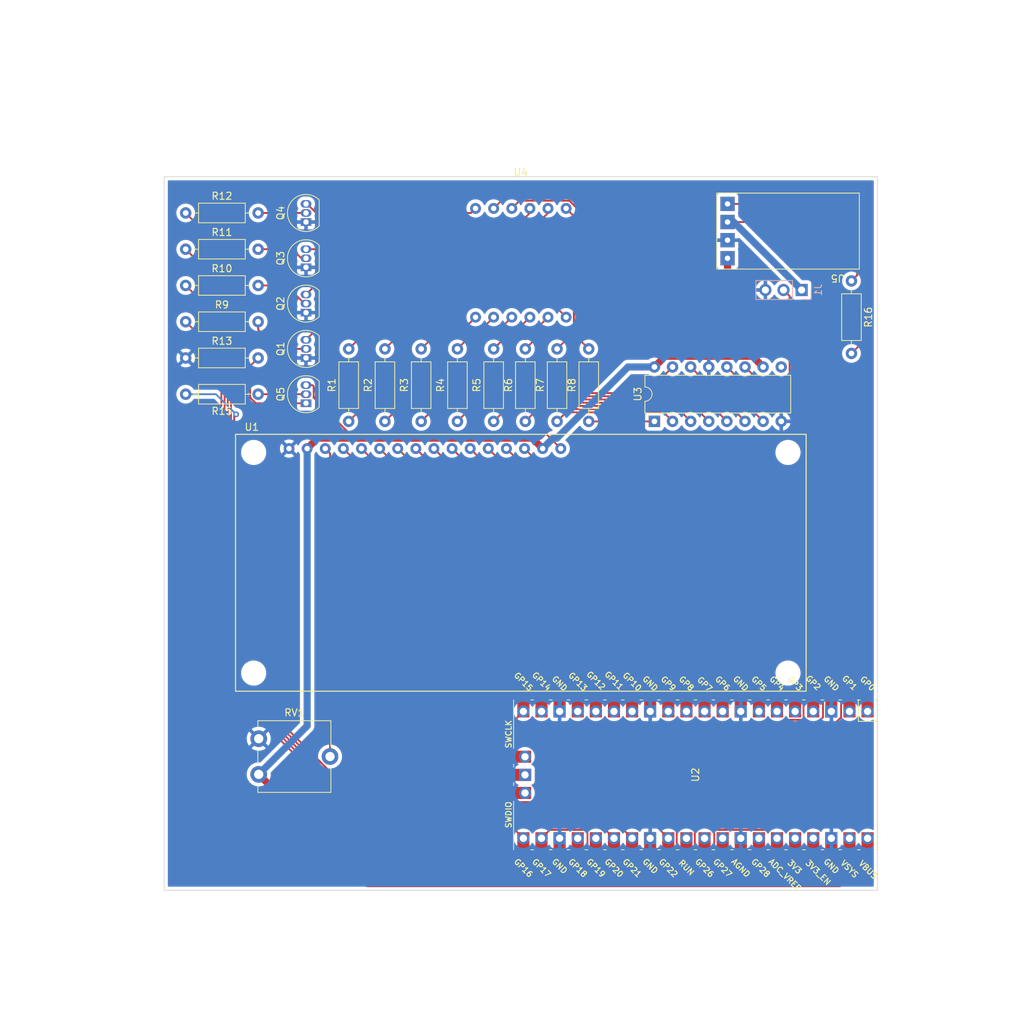
<source format=kicad_pcb>
(kicad_pcb (version 20211014) (generator pcbnew)
  (layers (0 "F.Cu" signal) (31 "B.Cu" signal) (34 "B.Paste" user) (35 "F.Paste" user) (36 "B.SilkS" user "B.Silkscreen") (37 "F.SilkS" user "F.Silkscreen") (38 "B.Mask" user) (39 "F.Mask" user) (44 "Edge.Cuts" user))
  (net 0 "")
  (net 1 "/SEG1")
  (net 2 "/SEG2")
  (net 3 "/SEG3")
  (net 4 "/SEG4")
  (net 5 "/SEG5")
  (net 6 "/SEG6")
  (net 7 "/SEG7")
  (net 8 "GND")
  (net 10 "Net-(Q1-Pad2)")
  (net 11 "/SPI SCK")
  (net 12 "/SPI CS (latch)")
  (net 13 "/SPI TX (COPI)")
  (net 14 "/SEG8")
  (net 15 "Net-(Q1-Pad3)")
  (net 16 "Net-(Q2-Pad2)")
  (net 17 "/DIGIT1")
  (net 18 "Net-(Q2-Pad3)")
  (net 19 "/DIGIT2")
  (net 20 "Net-(Q3-Pad2)")
  (net 21 "/DIGIT3")
  (net 22 "Net-(Q3-Pad3)")
  (net 23 "/DIGIT4")
  (net 24 "Net-(Q4-Pad2)")
  (net 25 "Net-(Q4-Pad3)")
  (net 26 "Net-(Q5-Pad1)")
  (net 27 "Net-(Q5-Pad3)")
  (net 28 "Net-(R1-Pad2)")
  (net 29 "Net-(R2-Pad2)")
  (net 30 "Net-(R3-Pad2)")
  (net 31 "Net-(R4-Pad2)")
  (net 32 "Net-(R5-Pad2)")
  (net 33 "Net-(R6-Pad2)")
  (net 34 "Net-(R7-Pad2)")
  (net 35 "Net-(R8-Pad2)")
  (net 36 "+5V")
  (net 37 "Net-(RV1-Pad2)")
  (net 51 "/LCM_BUS1")
  (net 52 "/LCM_BUS2")
  (net 53 "/LCM_BUS3")
  (net 54 "/LCM_BUS4")
  (net 55 "/LCM_BUS5")
  (net 56 "/LCM_BUS6")
  (net 57 "/LCM_BUS7")
  (net 58 "/LCM_BUS8")
  (net 59 "/LCM_BUS9")
  (net 60 "/LCM_BUS10")
  (net 61 "/LCM_BUS11")
  (net 62 "Net-(Q5-Pad2)")
  (net 63 "Net-(U2-Pad20)")
  (net 65 "Net-(U5-Pad4)")
  (net 66 "+12V")
  (net 67 "/TACHOMETER")
  (footprint "_computemachines:Adjust_Switch_Regulator_Module_B08R6337QY" (layer "F.Cu") (at 169.545 48.26 180)
    (fp_text reference "U5")
    (fp_text value "ADJ_SWITCH_REG")
  )
  (footprint "Potentiometer_THT:Potentiometer_ACP_CA9-V10_Vertical" (layer "F.Cu") (at 95.33 124.395)
    (fp_text reference "RV1")
    (fp_text value "10k")
  )
  (footprint "Resistor_THT:R_Axial_DIN0207_L6.3mm_D2.5mm_P10.16mm_Horizontal" (layer "F.Cu") (at 113.03 74.93 90)
    (fp_text reference "R2")
    (fp_text value "47")
  )
  (footprint "Resistor_THT:R_Axial_DIN0207_L6.3mm_D2.5mm_P10.16mm_Horizontal" (layer "F.Cu") (at 85.09 66.04)
    (fp_text reference "R13")
    (fp_text value "?")
  )
  (footprint "Resistor_THT:R_Axial_DIN0207_L6.3mm_D2.5mm_P10.16mm_Horizontal" (layer "F.Cu") (at 141.605 74.93 90)
    (fp_text reference "R8")
    (fp_text value "47")
  )
  (footprint "Package_TO_SOT_THT:TO-92_Inline" (layer "F.Cu") (at 101.96 59.69 90)
    (fp_text reference "Q2")
    (fp_text value "2N3904")
  )
  (footprint "_computemachines:HS420561K-32" (layer "F.Cu") (at 132.08 52.705)
    (fp_text reference "U4")
    (fp_text value "HS420561K-32")
  )
  (footprint "Package_DIP:DIP-16_W7.62mm" (layer "F.Cu") (at 150.8126 74.92 90)
    (fp_text reference "U3")
    (fp_text value "74HC595")
  )
  (footprint "Resistor_THT:R_Axial_DIN0207_L6.3mm_D2.5mm_P10.16mm_Horizontal" (layer "F.Cu") (at 85.09 55.88)
    (fp_text reference "R10")
    (fp_text value "10k")
  )
  (footprint "Resistor_THT:R_Axial_DIN0207_L6.3mm_D2.5mm_P10.16mm_Horizontal" (layer "F.Cu") (at 95.25 71.12 180)
    (fp_text reference "R15")
    (fp_text value "?")
  )
  (footprint "Resistor_THT:R_Axial_DIN0207_L6.3mm_D2.5mm_P10.16mm_Horizontal" (layer "F.Cu") (at 132.715 74.93 90)
    (fp_text reference "R6")
    (fp_text value "47")
  )
  (footprint "Resistor_THT:R_Axial_DIN0207_L6.3mm_D2.5mm_P10.16mm_Horizontal" (layer "F.Cu") (at 118.11 74.93 90)
    (fp_text reference "R3")
    (fp_text value "47")
  )
  (footprint "Resistor_THT:R_Axial_DIN0207_L6.3mm_D2.5mm_P10.16mm_Horizontal" (layer "F.Cu") (at 107.95 74.93 90)
    (fp_text reference "R1")
    (fp_text value "47")
  )
  (footprint "Package_TO_SOT_THT:TO-92_Inline" (layer "F.Cu") (at 101.96 66.04 90)
    (fp_text reference "Q1")
    (fp_text value "2N3904")
  )
  (footprint "_computemachines:LCM1602A" (layer "F.Cu") (at 99.58 78.74)
    (fp_text reference "U1")
    (fp_text value "LM1602A")
  )
  (footprint "Resistor_THT:R_Axial_DIN0207_L6.3mm_D2.5mm_P10.16mm_Horizontal" (layer "F.Cu") (at 123.19 74.93 90)
    (fp_text reference "R4")
    (fp_text value "47")
  )
  (footprint "Resistor_THT:R_Axial_DIN0207_L6.3mm_D2.5mm_P10.16mm_Horizontal" (layer "F.Cu") (at 178.435 55.245 -90)
    (fp_text reference "R16")
    (fp_text value "1k")
  )
  (footprint "Resistor_THT:R_Axial_DIN0207_L6.3mm_D2.5mm_P10.16mm_Horizontal" (layer "F.Cu") (at 128.27 74.93 90)
    (fp_text reference "R5")
    (fp_text value "47")
  )
  (footprint "Resistor_THT:R_Axial_DIN0207_L6.3mm_D2.5mm_P10.16mm_Horizontal" (layer "F.Cu") (at 85.09 45.72)
    (fp_text reference "R12")
    (fp_text value "10k")
  )
  (footprint "Resistor_THT:R_Axial_DIN0207_L6.3mm_D2.5mm_P10.16mm_Horizontal" (layer "F.Cu") (at 85.09 60.96)
    (fp_text reference "R9")
    (fp_text value "10k")
  )
  (footprint "Package_TO_SOT_THT:TO-92_Inline" (layer "F.Cu") (at 101.96 53.34 90)
    (fp_text reference "Q3")
    (fp_text value "2N3904")
  )
  (footprint "Resistor_THT:R_Axial_DIN0207_L6.3mm_D2.5mm_P10.16mm_Horizontal" (layer "F.Cu") (at 137.16 74.93 90)
    (fp_text reference "R7")
    (fp_text value "47")
  )
  (footprint "Resistor_THT:R_Axial_DIN0207_L6.3mm_D2.5mm_P10.16mm_Horizontal" (layer "F.Cu") (at 85.09 50.8)
    (fp_text reference "R11")
    (fp_text value "10k")
  )
  (footprint "Package_TO_SOT_THT:TO-92_Inline" (layer "F.Cu") (at 101.96 46.99 90)
    (fp_text reference "Q4")
    (fp_text value "2N3904")
  )
  (footprint "Package_TO_SOT_THT:TO-92_Inline" (layer "F.Cu") (at 101.96 72.39 90)
    (fp_text reference "Q5")
    (fp_text value "2N3904")
  )
  (footprint "_computemachines:RPi_Pico_SMD_TH" (layer "F.Cu") (at 156.57 124.46 -90)
    (fp_text reference "U2")
    (fp_text value "RaspberryPi-Pico")
  )
  (footprint "Connector_PinHeader_2.54mm:PinHeader_1x03_P2.54mm_Vertical" (layer "B.Cu") (at 171.45 56.515 90)
    (fp_text reference "J1")
    (fp_text value "Conn_01x03")
  )
  (gr_rect locked (start 82.08 40.64) (end 182.08 140.64) (layer "Edge.Cuts") (width 0.1) (fill none))
  (segment (start 141.605 74.93) (end 150.8026 74.93) (width 0.25) (layer "F.Cu") (net 1))
  (segment (start 150.8026 74.93) (end 150.8126 74.92) (width 0.25) (layer "F.Cu") (net 1))
  (segment (start 137.16 74.93) (end 138.43 73.66) (width 0.25) (layer "F.Cu") (net 2))
  (segment (start 152.0926 73.66) (end 153.3526 74.92) (width 0.25) (layer "F.Cu") (net 2))
  (segment (start 138.43 73.66) (end 152.0926 73.66) (width 0.25) (layer "F.Cu") (net 2))
  (segment (start 132.715 74.93) (end 134.43452 73.21048) (width 0.25) (layer "F.Cu") (net 3))
  (segment (start 134.43452 73.21048) (end 154.18308 73.21048) (width 0.25) (layer "F.Cu") (net 3))
  (segment (start 154.18308 73.21048) (end 155.8926 74.92) (width 0.25) (layer "F.Cu") (net 3))
  (segment (start 128.27 74.93) (end 130.43904 72.76096) (width 0.25) (layer "F.Cu") (net 4))
  (segment (start 156.28856 72.76096) (end 158.4326 74.905) (width 0.25) (layer "F.Cu") (net 4))
  (segment (start 130.43904 72.76096) (end 156.28856 72.76096) (width 0.25) (layer "F.Cu") (net 4))
  (segment (start 158.4326 74.905) (end 158.4326 74.92) (width 0.25) (layer "F.Cu") (net 4))
  (segment (start 123.19 74.93) (end 125.80856 72.31144) (width 0.25) (layer "F.Cu") (net 5))
  (segment (start 125.80856 72.31144) (end 158.37904 72.31144) (width 0.25) (layer "F.Cu") (net 5))
  (segment (start 158.37904 72.31144) (end 160.9726 74.905) (width 0.25) (layer "F.Cu") (net 5))
  (segment (start 160.9726 74.905) (end 160.9726 74.92) (width 0.25) (layer "F.Cu") (net 5))
  (segment (start 160.46952 71.86192) (end 163.5126 74.905) (width 0.25) (layer "F.Cu") (net 6))
  (segment (start 163.5126 74.905) (end 163.5126 74.92) (width 0.25) (layer "F.Cu") (net 6))
  (segment (start 121.17808 71.86192) (end 160.46952 71.86192) (width 0.25) (layer "F.Cu") (net 6))
  (segment (start 118.11 74.93) (end 121.17808 71.86192) (width 0.25) (layer "F.Cu") (net 6))
  (segment (start 113.03 74.93) (end 116.5476 71.4124) (width 0.25) (layer "F.Cu") (net 7))
  (segment (start 116.5476 71.4124) (end 162.56 71.4124) (width 0.25) (layer "F.Cu") (net 7))
  (segment (start 166.0526 74.905) (end 166.0526 74.92) (width 0.25) (layer "F.Cu") (net 7))
  (segment (start 162.56 71.4124) (end 166.0526 74.905) (width 0.25) (layer "F.Cu") (net 7))
  (segment (start 95.25 62.09137) (end 97.92863 64.77) (width 0.25) (layer "F.Cu") (net 10))
  (segment (start 97.92863 64.77) (end 101.96 64.77) (width 0.25) (layer "F.Cu") (net 10))
  (segment (start 95.25 60.96) (end 95.25 62.09137) (width 0.25) (layer "F.Cu") (net 10))
  (segment (start 169.282396 69.58596) (end 165.81356 69.58596) (width 0.25) (layer "F.Cu") (net 11))
  (segment (start 175.895 122.555) (end 175.895 117.475) (width 0.25) (layer "F.Cu") (net 11))
  (segment (start 140.78452 137.60952) (end 157.729502 137.60952) (width 0.25) (layer "F.Cu") (net 11))
  (segment (start 175.895 117.475) (end 176.985489 116.384511) (width 0.25) (layer "F.Cu") (net 11))
  (segment (start 140.06 133.35) (end 140.06 136.885) (width 0.25) (layer "F.Cu") (net 11))
  (segment (start 165.81356 69.58596) (end 163.5276 67.3) (width 0.25) (layer "F.Cu") (net 11))
  (segment (start 159.205489 132.175489) (end 166.274511 132.175489) (width 0.25) (layer "F.Cu") (net 11))
  (segment (start 140.06 136.885) (end 140.78452 137.60952) (width 0.25) (layer "F.Cu") (net 11))
  (segment (start 176.985489 77.289053) (end 169.282396 69.58596) (width 0.25) (layer "F.Cu") (net 11))
  (segment (start 159.205489 136.133533) (end 159.205489 132.175489) (width 0.25) (layer "F.Cu") (net 11))
  (segment (start 166.274511 132.175489) (end 175.895 122.555) (width 0.25) (layer "F.Cu") (net 11))
  (segment (start 163.5276 67.3) (end 163.5126 67.3) (width 0.25) (layer "F.Cu") (net 11))
  (segment (start 176.985489 116.384511) (end 176.985489 77.289053) (width 0.25) (layer "F.Cu") (net 11))
  (segment (start 157.729502 137.60952) (end 159.205489 136.133533) (width 0.25) (layer "F.Cu") (net 11))
  (segment (start 141.234511 132.175489) (end 141.425489 132.366467) (width 0.25) (layer "F.Cu") (net 12))
  (segment (start 141.425489 136.324511) (end 142.260978 137.16) (width 0.25) (layer "F.Cu") (net 12))
  (segment (start 136.154511 132.175489) (end 141.234511 132.175489) (width 0.25) (layer "F.Cu") (net 12))
  (segment (start 163.72308 70.03548) (end 160.9876 67.3) (width 0.25) (layer "F.Cu") (net 12))
  (segment (start 170.815 120.015) (end 174.445489 116.384511) (width 0.25) (layer "F.Cu") (net 12))
  (segment (start 142.260978 137.16) (end 155.639022 137.16) (width 0.25) (layer "F.Cu") (net 12))
  (segment (start 169.096198 70.03548) (end 163.72308 70.03548) (width 0.25) (layer "F.Cu") (net 12))
  (segment (start 174.445489 116.384511) (end 174.445489 75.384771) (width 0.25) (layer "F.Cu") (net 12))
  (segment (start 168.712196 120.015) (end 170.815 120.015) (width 0.25) (layer "F.Cu") (net 12))
  (segment (start 156.474511 136.324511) (end 156.474511 132.252685) (width 0.25) (layer "F.Cu") (net 12))
  (segment (start 141.425489 132.366467) (end 141.425489 136.324511) (width 0.25) (layer "F.Cu") (net 12))
  (segment (start 174.445489 75.384771) (end 169.096198 70.03548) (width 0.25) (layer "F.Cu") (net 12))
  (segment (start 155.639022 137.16) (end 156.474511 136.324511) (width 0.25) (layer "F.Cu") (net 12))
  (segment (start 160.9876 67.3) (end 160.9726 67.3) (width 0.25) (layer "F.Cu") (net 12))
  (segment (start 134.98 133.35) (end 136.154511 132.175489) (width 0.25) (layer "F.Cu") (net 12))
  (segment (start 156.474511 132.252685) (end 168.712196 120.015) (width 0.25) (layer "F.Cu") (net 12))
  (segment (start 144.351458 136.71048) (end 153.934511 136.71048) (width 0.25) (layer "F.Cu") (net 13))
  (segment (start 153.934511 136.71048) (end 153.934511 132.450489) (width 0.25) (layer "F.Cu") (net 13))
  (segment (start 153.934511 132.450489) (end 169.640489 116.744511) (width 0.25) (layer "F.Cu") (net 13))
  (segment (start 168.91 70.485) (end 159.0926 70.485) (width 0.25) (layer "F.Cu") (net 13))
  (segment (start 155.9076 67.3) (end 155.8926 67.3) (width 0.25) (layer "F.Cu") (net 13))
  (segment (start 142.6 134.959022) (end 144.351458 136.71048) (width 0.25) (layer "F.Cu") (net 13))
  (segment (start 171.714511 73.289511) (end 168.91 70.485) (width 0.25) (layer "F.Cu") (net 13))
  (segment (start 169.640489 116.744511) (end 171.714511 116.744511) (width 0.25) (layer "F.Cu") (net 13))
  (segment (start 171.714511 116.744511) (end 171.714511 73.289511) (width 0.25) (layer "F.Cu") (net 13))
  (segment (start 159.0926 70.485) (end 155.9076 67.3) (width 0.25) (layer "F.Cu") (net 13))
  (segment (start 142.6 133.35) (end 142.6 134.959022) (width 0.25) (layer "F.Cu") (net 13))
  (segment (start 111.91712 70.96288) (end 149.70472 70.96288) (width 0.25) (layer "F.Cu") (net 14))
  (segment (start 149.70472 70.96288) (end 153.3526 67.315) (width 0.25) (layer "F.Cu") (net 14))
  (segment (start 107.95 74.93) (end 111.91712 70.96288) (width 0.25) (layer "F.Cu") (net 14))
  (segment (start 153.3526 67.315) (end 153.3526 67.3) (width 0.25) (layer "F.Cu") (net 14))
  (segment (start 107.04 58.42) (end 136.525 58.42) (width 0.25) (layer "F.Cu") (net 15))
  (segment (start 136.525 58.42) (end 138.43 60.325) (width 0.25) (layer "F.Cu") (net 15))
  (segment (start 101.96 63.5) (end 107.04 58.42) (width 0.25) (layer "F.Cu") (net 15))
  (segment (start 99.195 55.88) (end 95.25 55.88) (width 0.25) (layer "F.Cu") (net 16))
  (segment (start 101.96 58.42) (end 101.735 58.42) (width 0.25) (layer "F.Cu") (net 16))
  (segment (start 101.735 58.42) (end 99.195 55.88) (width 0.25) (layer "F.Cu") (net 16))
  (segment (start 108.955724 128.27) (end 147.68 128.27) (width 0.25) (layer "F.Cu") (net 17))
  (segment (start 91.44 110.754276) (end 108.955724 128.27) (width 0.25) (layer "F.Cu") (net 17))
  (segment (start 91.44 52.07) (end 91.44 110.754276) (width 0.25) (layer "F.Cu") (net 17))
  (segment (start 147.68 128.27) (end 152.76 133.35) (width 0.25) (layer "F.Cu") (net 17))
  (segment (start 85.09 45.72) (end 91.44 52.07) (width 0.25) (layer "F.Cu") (net 17))
  (segment (start 125.73 55.88) (end 135.89 45.72) (width 0.25) (layer "F.Cu") (net 18))
  (segment (start 103.23 55.88) (end 125.73 55.88) (width 0.25) (layer "F.Cu") (net 18))
  (segment (start 135.89 45.72) (end 135.89 45.085) (width 0.25) (layer "F.Cu") (net 18))
  (segment (start 101.96 57.15) (end 103.23 55.88) (width 0.25) (layer "F.Cu") (net 18))
  (segment (start 143.04952 128.71952) (end 125.281197 128.71952) (width 0.25) (layer "F.Cu") (net 19))
  (segment (start 147.68 133.35) (end 143.04952 128.71952) (width 0.25) (layer "F.Cu") (net 19))
  (segment (start 108.769527 128.71952) (end 125.54452 128.71952) (width 0.25) (layer "F.Cu") (net 19))
  (segment (start 85.09 50.8) (end 90.99048 56.70048) (width 0.25) (layer "F.Cu") (net 19))
  (segment (start 90.99048 110.940474) (end 108.769527 128.71952) (width 0.25) (layer "F.Cu") (net 19))
  (segment (start 90.99048 56.70048) (end 90.99048 110.940474) (width 0.25) (layer "F.Cu") (net 19))
  (segment (start 100.035978 50.8) (end 95.25 50.8) (width 0.25) (layer "F.Cu") (net 20))
  (segment (start 101.96 52.07) (end 101.305978 52.07) (width 0.25) (layer "F.Cu") (net 20))
  (segment (start 101.305978 52.07) (end 100.035978 50.8) (width 0.25) (layer "F.Cu") (net 20))
  (segment (start 90.54096 61.33096) (end 85.09 55.88) (width 0.25) (layer "F.Cu") (net 21))
  (segment (start 108.58333 129.16904) (end 90.54096 111.126672) (width 0.25) (layer "F.Cu") (net 21))
  (segment (start 140.95904 129.16904) (end 108.58333 129.16904) (width 0.25) (layer "F.Cu") (net 21))
  (segment (start 145.14 133.35) (end 140.95904 129.16904) (width 0.25) (layer "F.Cu") (net 21))
  (segment (start 90.54096 111.126672) (end 90.54096 61.33096) (width 0.25) (layer "F.Cu") (net 21))
  (segment (start 128.27 50.8) (end 133.35 45.72) (width 0.25) (layer "F.Cu") (net 22))
  (segment (start 101.96 50.8) (end 128.27 50.8) (width 0.25) (layer "F.Cu") (net 22))
  (segment (start 133.35 45.72) (end 133.35 45.085) (width 0.25) (layer "F.Cu") (net 22))
  (segment (start 90.09144 111.31287) (end 108.397133 129.61856) (width 0.25) (layer "F.Cu") (net 23))
  (segment (start 128.70856 129.61856) (end 132.44 133.35) (width 0.25) (layer "F.Cu") (net 23))
  (segment (start 85.09 60.96) (end 90.09144 65.96144) (width 0.25) (layer "F.Cu") (net 23))
  (segment (start 108.397133 129.61856) (end 125.172124 129.61856) (width 0.25) (layer "F.Cu") (net 23))
  (segment (start 128.70856 129.61856) (end 125.095 129.61856) (width 0.25) (layer "F.Cu") (net 23))
  (segment (start 90.09144 65.96144) (end 90.09144 111.31287) (width 0.25) (layer "F.Cu") (net 23))
  (segment (start 101.96 45.72) (end 95.25 45.72) (width 0.25) (layer "F.Cu") (net 24))
  (segment (start 125.095 45.72) (end 103.386402 45.72) (width 0.25) (layer "F.Cu") (net 25))
  (segment (start 125.73 45.085) (end 125.095 45.72) (width 0.25) (layer "F.Cu") (net 25))
  (segment (start 103.386402 45.72) (end 102.116402 44.45) (width 0.25) (layer "F.Cu") (net 25))
  (segment (start 102.116402 44.45) (end 101.96 44.45) (width 0.25) (layer "F.Cu") (net 25))
  (segment (start 95.25 66.04) (end 94.125489 67.164511) (width 0.25) (layer "F.Cu") (net 26))
  (segment (start 94.125489 71.585789) (end 94.9297 72.39) (width 0.25) (layer "F.Cu") (net 26))
  (segment (start 94.125489 67.164511) (end 94.125489 71.585789) (width 0.25) (layer "F.Cu") (net 26))
  (segment (start 94.9297 72.39) (end 101.96 72.39) (width 0.25) (layer "F.Cu") (net 26))
  (segment (start 102.87 69.85) (end 101.96 69.85) (width 0.25) (layer "F.Cu") (net 27))
  (segment (start 103.03452 71.609096) (end 103.03452 70.01452) (width 0.25) (layer "F.Cu") (net 27))
  (segment (start 103.03452 70.01452) (end 102.87 69.85) (width 0.25) (layer "F.Cu") (net 27))
  (segment (start 107.879393 76.453969) (end 103.03452 71.609096) (width 0.25) (layer "F.Cu") (net 27))
  (segment (start 135.393969 76.453969) (end 107.879393 76.453969) (width 0.25) (layer "F.Cu") (net 27))
  (segment (start 137.68 78.74) (end 135.393969 76.453969) (width 0.25) (layer "F.Cu") (net 27))
  (segment (start 107.95 64.77) (end 111.123009 61.596991) (width 0.25) (layer "F.Cu") (net 28))
  (segment (start 124.458009 61.596991) (end 125.73 60.325) (width 0.25) (layer "F.Cu") (net 28))
  (segment (start 111.123009 61.596991) (end 124.458009 61.596991) (width 0.25) (layer "F.Cu") (net 28))
  (segment (start 126.548489 62.046511) (end 128.27 60.325) (width 0.25) (layer "F.Cu") (net 29))
  (segment (start 115.753489 62.046511) (end 126.548489 62.046511) (width 0.25) (layer "F.Cu") (net 29))
  (segment (start 113.03 64.77) (end 115.753489 62.046511) (width 0.25) (layer "F.Cu") (net 29))
  (segment (start 120.383969 62.496031) (end 128.638969 62.496031) (width 0.25) (layer "F.Cu") (net 30))
  (segment (start 118.11 64.77) (end 120.383969 62.496031) (width 0.25) (layer "F.Cu") (net 30))
  (segment (start 128.638969 62.496031) (end 130.81 60.325) (width 0.25) (layer "F.Cu") (net 30))
  (segment (start 123.19 64.77) (end 125.014449 62.945551) (width 0.25) (layer "F.Cu") (net 31))
  (segment (start 130.729449 62.945551) (end 133.35 60.325) (width 0.25) (layer "F.Cu") (net 31))
  (segment (start 125.014449 62.945551) (end 130.729449 62.945551) (width 0.25) (layer "F.Cu") (net 31))
  (segment (start 132.819929 63.395071) (end 135.89 60.325) (width 0.25) (layer "F.Cu") (net 32))
  (segment (start 128.27 64.77) (end 129.644929 63.395071) (width 0.25) (layer "F.Cu") (net 32))
  (segment (start 129.644929 63.395071) (end 132.819929 63.395071) (width 0.25) (layer "F.Cu") (net 32))
  (segment (start 132.715 64.77) (end 132.715718 64.77) (width 0.25) (layer "F.Cu") (net 33))
  (segment (start 135.439207 62.046511) (end 138.880049 62.046511) (width 0.25) (layer "F.Cu") (net 33))
  (segment (start 139.516511 61.410049) (end 139.516511 46.171511) (width 0.25) (layer "F.Cu") (net 33))
  (segment (start 139.516511 46.171511) (end 138.43 45.085) (width 0.25) (layer "F.Cu") (net 33))
  (segment (start 132.715718 64.77) (end 135.439207 62.046511) (width 0.25) (layer "F.Cu") (net 33))
  (segment (start 138.880049 62.046511) (end 139.516511 61.410049) (width 0.25) (layer "F.Cu") (net 33))
  (segment (start 139.966031 61.963969) (end 139.966031 45.084471) (width 0.25) (layer "F.Cu") (net 34))
  (segment (start 131.896511 43.998489) (end 130.81 45.085) (width 0.25) (layer "F.Cu") (net 34))
  (segment (start 139.966031 45.084471) (end 138.880049 43.998489) (width 0.25) (layer "F.Cu") (net 34))
  (segment (start 138.880049 43.998489) (end 131.896511 43.998489) (width 0.25) (layer "F.Cu") (net 34))
  (segment (start 137.16 64.77) (end 139.966031 61.963969) (width 0.25) (layer "F.Cu") (net 34))
  (segment (start 140.415551 63.580551) (end 140.415551 44.898274) (width 0.25) (layer "F.Cu") (net 35))
  (segment (start 139.066246 43.548969) (end 129.806031 43.548969) (width 0.25) (layer "F.Cu") (net 35))
  (segment (start 141.605 64.77) (end 140.415551 63.580551) (width 0.25) (layer "F.Cu") (net 35))
  (segment (start 129.806031 43.548969) (end 128.27 45.085) (width 0.25) (layer "F.Cu") (net 35))
  (segment (start 140.415551 44.898274) (end 139.066246 43.548969) (width 0.25) (layer "F.Cu") (net 35))
  (segment (start 103.581511 77.278489) (end 102.12 78.74) (width 1) (layer "F.Cu") (net 36))
  (segment (start 161.06 52.07) (end 161.06 62.3074) (width 1) (layer "F.Cu") (net 36))
  (segment (start 166.0526 67.3) (end 166.0526 67.295) (width 1) (layer "F.Cu") (net 36))
  (segment (start 161.06 62.3074) (end 166.0526 67.3) (width 1) (layer "F.Cu") (net 36))
  (segment (start 135.14 78.74) (end 133.678489 77.278489) (width 1) (layer "F.Cu") (net 36))
  (segment (start 95.33 124.395) (end 110.635 139.7) (width 1) (layer "F.Cu") (net 36))
  (segment (start 110.635 139.7) (end 176.709022 139.7) (width 1) (layer "F.Cu") (net 36))
  (segment (start 164.558089 65.800489) (end 152.312111 65.800489) (width 1) (layer "F.Cu") (net 36))
  (segment (start 180.7 135.709022) (end 180.7 133.35) (width 1) (layer "F.Cu") (net 36))
  (segment (start 152.312111 65.800489) (end 150.8126 67.3) (width 1) (layer "F.Cu") (net 36))
  (segment (start 133.678489 77.278489) (end 103.581511 77.278489) (width 1) (layer "F.Cu") (net 36))
  (segment (start 176.709022 139.7) (end 180.7 135.709022) (width 1) (layer "F.Cu") (net 36))
  (segment (start 166.0526 67.295) (end 164.558089 65.800489) (width 1) (layer "F.Cu") (net 36))
  (segment (start 102.12 78.74) (end 102.12 117.605) (width 1) (layer "B.Cu") (net 36))
  (segment (start 102.12 117.605) (end 95.33 124.395) (width 1) (layer "B.Cu") (net 36))
  (segment (start 136.601511 77.278489) (end 137.135881 77.278489) (width 1) (layer "B.Cu") (net 36))
  (segment (start 135.14 78.74) (end 136.601511 77.278489) (width 1) (layer "B.Cu") (net 36))
  (segment (start 147.11437 67.3) (end 150.8126 67.3) (width 1) (layer "B.Cu") (net 36))
  (segment (start 137.135881 77.278489) (end 147.11437 67.3) (width 1) (layer "B.Cu") (net 36))
  (segment (start 105.33 121.895) (end 105.33 79.41) (width 0.25) (layer "F.Cu") (net 37))
  (segment (start 105.33 79.41) (end 104.66 78.74) (width 0.25) (layer "F.Cu") (net 37))
  (segment (start 140.06 111.6) (end 107.2 78.74) (width 0.25) (layer "F.Cu") (net 51))
  (segment (start 140.06 115.57) (end 140.06 111.6) (width 0.25) (layer "F.Cu") (net 51))
  (segment (start 142.6 111.6) (end 109.74 78.74) (width 0.25) (layer "F.Cu") (net 52))
  (segment (start 142.6 115.57) (end 142.6 111.6) (width 0.25) (layer "F.Cu") (net 52))
  (segment (start 145.14 111.6) (end 112.28 78.74) (width 0.25) (layer "F.Cu") (net 53))
  (segment (start 145.14 115.57) (end 145.14 111.6) (width 0.25) (layer "F.Cu") (net 53))
  (segment (start 147.68 115.57) (end 147.68 111.6) (width 0.25) (layer "F.Cu") (net 54))
  (segment (start 147.68 111.6) (end 114.82 78.74) (width 0.25) (layer "F.Cu") (net 54))
  (segment (start 152.76 114.14) (end 117.36 78.74) (width 0.25) (layer "F.Cu") (net 55))
  (segment (start 152.76 115.57) (end 152.76 114.14) (width 0.25) (layer "F.Cu") (net 55))
  (segment (start 155.3 114.14) (end 119.9 78.74) (width 0.25) (layer "F.Cu") (net 56))
  (segment (start 155.3 115.57) (end 155.3 114.14) (width 0.25) (layer "F.Cu") (net 56))
  (segment (start 157.84 114.14) (end 122.44 78.74) (width 0.25) (layer "F.Cu") (net 57))
  (segment (start 157.84 115.57) (end 157.84 114.14) (width 0.25) (layer "F.Cu") (net 57))
  (segment (start 160.38 114.14) (end 124.98 78.74) (width 0.25) (layer "F.Cu") (net 58))
  (segment (start 160.38 115.57) (end 160.38 114.14) (width 0.25) (layer "F.Cu") (net 58))
  (segment (start 163.259022 111.76) (end 160.54 111.76) (width 0.25) (layer "F.Cu") (net 59))
  (segment (start 165.46 115.57) (end 165.46 113.960978) (width 0.25) (layer "F.Cu") (net 59))
  (segment (start 165.46 113.960978) (end 163.259022 111.76) (width 0.25) (layer "F.Cu") (net 59))
  (segment (start 160.54 111.76) (end 127.52 78.74) (width 0.25) (layer "F.Cu") (net 59))
  (segment (start 164.529022 110.49) (end 161.81 110.49) (width 0.25) (layer "F.Cu") (net 60))
  (segment (start 168 115.57) (end 168 113.960978) (width 0.25) (layer "F.Cu") (net 60))
  (segment (start 161.81 110.49) (end 130.06 78.74) (width 0.25) (layer "F.Cu") (net 60))
  (segment (start 168 113.960978) (end 164.529022 110.49) (width 0.25) (layer "F.Cu") (net 60))
  (segment (start 132.6 78.74) (end 163.08 109.22) (width 0.25) (layer "F.Cu") (net 61))
  (segment (start 163.08 109.22) (end 165.799022 109.22) (width 0.25) (layer "F.Cu") (net 61))
  (segment (start 170.54 113.960978) (end 170.54 115.57) (width 0.25) (layer "F.Cu") (net 61))
  (segment (start 165.799022 109.22) (end 170.54 113.960978) (width 0.25) (layer "F.Cu") (net 61))
  (segment (start 95.25 71.12) (end 101.96 71.12) (width 0.25) (layer "F.Cu") (net 62))
  (segment (start 120.18952 127.82048) (end 132.44 115.57) (width 0.25) (layer "F.Cu") (net 63))
  (segment (start 92.1645 73.942843) (end 91.88952 74.217823) (width 0.25) (layer "F.Cu") (net 63))
  (segment (start 109.141922 127.82048) (end 120.18952 127.82048) (width 0.25) (layer "F.Cu") (net 63))
  (segment (start 91.88952 74.217823) (end 91.88952 110.568078) (width 0.25) (layer "F.Cu") (net 63))
  (segment (start 91.88952 110.568078) (end 109.141922 127.82048) (width 0.25) (layer "F.Cu") (net 63))
  (via (at 92.1645 73.942843) (size 0.8) (drill 0.4) (layers "F.Cu" "B.Cu") (net 63))
  (segment (start 92.1645 73.942843) (end 89.341657 71.12) (width 0.25) (layer "B.Cu") (net 63))
  (segment (start 89.341657 71.12) (end 85.09 71.12) (width 0.25) (layer "B.Cu") (net 63))
  (segment (start 176.498183 44.45) (end 161.06 44.45) (width 0.25) (layer "F.Cu") (net 65))
  (segment (start 180.059519 48.011336) (end 176.498183 44.45) (width 0.25) (layer "F.Cu") (net 65))
  (segment (start 180.059519 63.780481) (end 180.059519 48.011336) (width 0.25) (layer "F.Cu") (net 65))
  (segment (start 178.435 65.405) (end 180.059519 63.780481) (width 0.25) (layer "F.Cu") (net 65))
  (segment (start 178.435 55.245) (end 179.234999 54.445001) (width 0.25) (layer "F.Cu") (net 66))
  (segment (start 177.872136 46.99) (end 161.06 46.99) (width 0.25) (layer "F.Cu") (net 66))
  (segment (start 179.234999 48.352863) (end 177.872136 46.99) (width 0.25) (layer "F.Cu") (net 66))
  (segment (start 179.234999 54.445001) (end 179.234999 48.352863) (width 0.25) (layer "F.Cu") (net 66))
  (segment (start 171.45 56.515) (end 161.925 46.99) (width 1) (layer "B.Cu") (net 66))
  (segment (start 161.925 46.99) (end 161.06 46.99) (width 1) (layer "B.Cu") (net 66))
  (segment (start 169.76 69.427846) (end 178.16 77.827846) (width 0.25) (layer "F.Cu") (net 67))
  (segment (start 169.76 57.365) (end 169.76 69.427846) (width 0.25) (layer "F.Cu") (net 67))
  (segment (start 178.16 77.827846) (end 178.16 115.57) (width 0.25) (layer "F.Cu") (net 67))
  (segment (start 168.91 56.515) (end 169.76 57.365) (width 0.25) (layer "F.Cu") (net 67))
  (zone (net 8) (net_name "GND") (layer "B.Cu") (connect_pads (clearance 0.508)) (min_thickness 0.254) (fill yes (thermal_gap 0.508) (thermal_bridge_width 0.508))
    (polygon (pts (xy 201.93 159.385) (xy 59.055 159.385) (xy 59.055 15.875) (xy 201.93 15.875)))
  )
)
</source>
